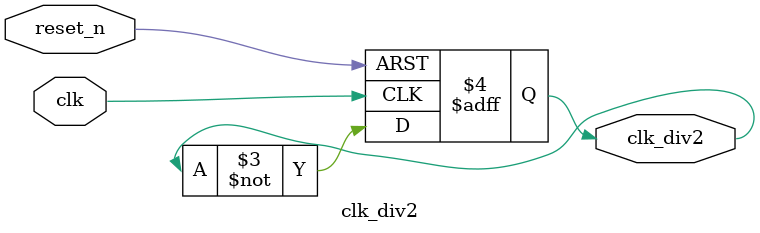
<source format=v>
`timescale 1ns / 1ps


module clk_div2(
                input clk,
                input reset_n,
                output reg clk_div2
    );
    
    always @(posedge clk , negedge reset_n)
    begin
        if(!reset_n) begin
            clk_div2 <= 1'b0;
        end
        else begin
            clk_div2 <= ~clk_div2;
        end      
    end
    
endmodule

</source>
